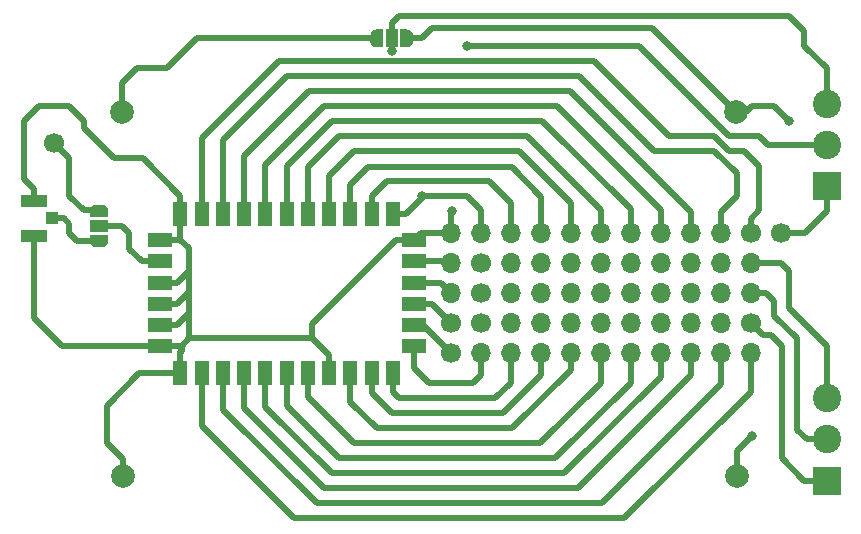
<source format=gbr>
G04 #@! TF.GenerationSoftware,KiCad,Pcbnew,5.1.5-52549c5~86~ubuntu18.04.1*
G04 #@! TF.CreationDate,2020-07-02T00:48:14-05:00*
G04 #@! TF.ProjectId,RAK811_LORA_ADAPTABLE_NODE,52414b38-3131-45f4-9c4f-52415f414441,rev?*
G04 #@! TF.SameCoordinates,Original*
G04 #@! TF.FileFunction,Copper,L2,Bot*
G04 #@! TF.FilePolarity,Positive*
%FSLAX46Y46*%
G04 Gerber Fmt 4.6, Leading zero omitted, Abs format (unit mm)*
G04 Created by KiCad (PCBNEW 5.1.5-52549c5~86~ubuntu18.04.1) date 2020-07-02 00:48:14*
%MOMM*%
%LPD*%
G04 APERTURE LIST*
%ADD10O,1.700000X1.700000*%
%ADD11C,1.700000*%
%ADD12C,2.400000*%
%ADD13R,2.400000X2.400000*%
%ADD14C,2.000000*%
%ADD15R,1.500000X1.000000*%
%ADD16C,0.100000*%
%ADD17R,2.200000X1.050000*%
%ADD18R,1.050000X1.000000*%
%ADD19R,1.200000X2.000000*%
%ADD20R,2.000000X1.200000*%
%ADD21R,1.000000X1.500000*%
%ADD22C,0.800000*%
%ADD23C,0.500000*%
%ADD24C,0.250000*%
G04 APERTURE END LIST*
D10*
X159955000Y-121885000D03*
X157415000Y-121885000D03*
X154875000Y-121885000D03*
X152335000Y-121885000D03*
X149795000Y-121885000D03*
X147255000Y-121885000D03*
X144715000Y-121885000D03*
X142175000Y-121885000D03*
D11*
X139635000Y-121885000D03*
D10*
X159955000Y-124425000D03*
X157415000Y-124425000D03*
X154875000Y-124425000D03*
X152335000Y-124425000D03*
X149795000Y-124425000D03*
X147255000Y-124425000D03*
X144715000Y-124425000D03*
X142175000Y-124425000D03*
D11*
X139635000Y-124425000D03*
D10*
X159955000Y-126965000D03*
X157415000Y-126965000D03*
X154875000Y-126965000D03*
X152335000Y-126965000D03*
X149795000Y-126965000D03*
X147255000Y-126965000D03*
X144715000Y-126965000D03*
X142175000Y-126965000D03*
D11*
X139635000Y-126965000D03*
X103505000Y-111760000D03*
X165035000Y-119345000D03*
D12*
X168910000Y-108400000D03*
X168910000Y-111900000D03*
D13*
X168910000Y-115400000D03*
D10*
X137095000Y-119345000D03*
X139635000Y-119345000D03*
X142175000Y-119345000D03*
X144715000Y-119345000D03*
X147255000Y-119345000D03*
X149795000Y-119345000D03*
X152335000Y-119345000D03*
X154875000Y-119345000D03*
X157415000Y-119345000D03*
X159955000Y-119345000D03*
D11*
X162495000Y-119345000D03*
D10*
X162495000Y-129505000D03*
X159955000Y-129505000D03*
X157415000Y-129505000D03*
X154875000Y-129505000D03*
X152335000Y-129505000D03*
X149795000Y-129505000D03*
X147255000Y-129505000D03*
X144715000Y-129505000D03*
X142175000Y-129505000D03*
X139635000Y-129505000D03*
D11*
X137095000Y-129505000D03*
D10*
X137095000Y-121885000D03*
X137095000Y-124425000D03*
D11*
X137095000Y-126965000D03*
D10*
X162495000Y-121885000D03*
X162495000Y-124425000D03*
D11*
X162495000Y-126965000D03*
D14*
X109220000Y-109085000D03*
X161210000Y-109085000D03*
D15*
X107315000Y-118745000D03*
G04 #@! TA.AperFunction,SMDPad,CuDef*
D16*
G36*
X108064398Y-120045000D02*
G01*
X108064398Y-120069534D01*
X108059588Y-120118365D01*
X108050016Y-120166490D01*
X108035772Y-120213445D01*
X108016995Y-120258778D01*
X107993864Y-120302051D01*
X107966604Y-120342850D01*
X107935476Y-120380779D01*
X107900779Y-120415476D01*
X107862850Y-120446604D01*
X107822051Y-120473864D01*
X107778778Y-120496995D01*
X107733445Y-120515772D01*
X107686490Y-120530016D01*
X107638365Y-120539588D01*
X107589534Y-120544398D01*
X107565000Y-120544398D01*
X107565000Y-120545000D01*
X107065000Y-120545000D01*
X107065000Y-120544398D01*
X107040466Y-120544398D01*
X106991635Y-120539588D01*
X106943510Y-120530016D01*
X106896555Y-120515772D01*
X106851222Y-120496995D01*
X106807949Y-120473864D01*
X106767150Y-120446604D01*
X106729221Y-120415476D01*
X106694524Y-120380779D01*
X106663396Y-120342850D01*
X106636136Y-120302051D01*
X106613005Y-120258778D01*
X106594228Y-120213445D01*
X106579984Y-120166490D01*
X106570412Y-120118365D01*
X106565602Y-120069534D01*
X106565602Y-120045000D01*
X106565000Y-120045000D01*
X106565000Y-119495000D01*
X108065000Y-119495000D01*
X108065000Y-120045000D01*
X108064398Y-120045000D01*
G37*
G04 #@! TD.AperFunction*
G04 #@! TA.AperFunction,SMDPad,CuDef*
G36*
X106565000Y-117995000D02*
G01*
X106565000Y-117445000D01*
X106565602Y-117445000D01*
X106565602Y-117420466D01*
X106570412Y-117371635D01*
X106579984Y-117323510D01*
X106594228Y-117276555D01*
X106613005Y-117231222D01*
X106636136Y-117187949D01*
X106663396Y-117147150D01*
X106694524Y-117109221D01*
X106729221Y-117074524D01*
X106767150Y-117043396D01*
X106807949Y-117016136D01*
X106851222Y-116993005D01*
X106896555Y-116974228D01*
X106943510Y-116959984D01*
X106991635Y-116950412D01*
X107040466Y-116945602D01*
X107065000Y-116945602D01*
X107065000Y-116945000D01*
X107565000Y-116945000D01*
X107565000Y-116945602D01*
X107589534Y-116945602D01*
X107638365Y-116950412D01*
X107686490Y-116959984D01*
X107733445Y-116974228D01*
X107778778Y-116993005D01*
X107822051Y-117016136D01*
X107862850Y-117043396D01*
X107900779Y-117074524D01*
X107935476Y-117109221D01*
X107966604Y-117147150D01*
X107993864Y-117187949D01*
X108016995Y-117231222D01*
X108035772Y-117276555D01*
X108050016Y-117323510D01*
X108059588Y-117371635D01*
X108064398Y-117420466D01*
X108064398Y-117445000D01*
X108065000Y-117445000D01*
X108065000Y-117995000D01*
X106565000Y-117995000D01*
G37*
G04 #@! TD.AperFunction*
D17*
X101760000Y-116635000D03*
D18*
X103285000Y-118110000D03*
D17*
X101760000Y-119585000D03*
D19*
X123190000Y-117710000D03*
X123190000Y-131210000D03*
D20*
X112440000Y-125360000D03*
X112440000Y-123560000D03*
X133940000Y-123560000D03*
X133940000Y-125360000D03*
D19*
X121390000Y-117710000D03*
X119590000Y-117710000D03*
X117790000Y-117710000D03*
X115990000Y-117710000D03*
X114190000Y-117710000D03*
X124990000Y-117710000D03*
X126790000Y-117710000D03*
X128590000Y-117710000D03*
X130390000Y-117710000D03*
X132190000Y-117710000D03*
D20*
X133940000Y-121760000D03*
X133940000Y-119960000D03*
X133940000Y-127160000D03*
X133940000Y-128960000D03*
D19*
X132190000Y-131210000D03*
X130390000Y-131210000D03*
X128590000Y-131210000D03*
X126790000Y-131210000D03*
X124990000Y-131210000D03*
X121390000Y-131210000D03*
X119590000Y-131210000D03*
X117790000Y-131210000D03*
X115990000Y-131210000D03*
X114190000Y-131210000D03*
D20*
X112440000Y-127160000D03*
X112440000Y-128960000D03*
X112440000Y-121760000D03*
X112440000Y-119960000D03*
D12*
X168910000Y-133335000D03*
X168910000Y-136835000D03*
D13*
X168910000Y-140335000D03*
D21*
X132080000Y-102870000D03*
G04 #@! TA.AperFunction,SMDPad,CuDef*
D16*
G36*
X133380000Y-102120602D02*
G01*
X133404534Y-102120602D01*
X133453365Y-102125412D01*
X133501490Y-102134984D01*
X133548445Y-102149228D01*
X133593778Y-102168005D01*
X133637051Y-102191136D01*
X133677850Y-102218396D01*
X133715779Y-102249524D01*
X133750476Y-102284221D01*
X133781604Y-102322150D01*
X133808864Y-102362949D01*
X133831995Y-102406222D01*
X133850772Y-102451555D01*
X133865016Y-102498510D01*
X133874588Y-102546635D01*
X133879398Y-102595466D01*
X133879398Y-102620000D01*
X133880000Y-102620000D01*
X133880000Y-103120000D01*
X133879398Y-103120000D01*
X133879398Y-103144534D01*
X133874588Y-103193365D01*
X133865016Y-103241490D01*
X133850772Y-103288445D01*
X133831995Y-103333778D01*
X133808864Y-103377051D01*
X133781604Y-103417850D01*
X133750476Y-103455779D01*
X133715779Y-103490476D01*
X133677850Y-103521604D01*
X133637051Y-103548864D01*
X133593778Y-103571995D01*
X133548445Y-103590772D01*
X133501490Y-103605016D01*
X133453365Y-103614588D01*
X133404534Y-103619398D01*
X133380000Y-103619398D01*
X133380000Y-103620000D01*
X132830000Y-103620000D01*
X132830000Y-102120000D01*
X133380000Y-102120000D01*
X133380000Y-102120602D01*
G37*
G04 #@! TD.AperFunction*
G04 #@! TA.AperFunction,SMDPad,CuDef*
G36*
X131330000Y-103620000D02*
G01*
X130780000Y-103620000D01*
X130780000Y-103619398D01*
X130755466Y-103619398D01*
X130706635Y-103614588D01*
X130658510Y-103605016D01*
X130611555Y-103590772D01*
X130566222Y-103571995D01*
X130522949Y-103548864D01*
X130482150Y-103521604D01*
X130444221Y-103490476D01*
X130409524Y-103455779D01*
X130378396Y-103417850D01*
X130351136Y-103377051D01*
X130328005Y-103333778D01*
X130309228Y-103288445D01*
X130294984Y-103241490D01*
X130285412Y-103193365D01*
X130280602Y-103144534D01*
X130280602Y-103120000D01*
X130280000Y-103120000D01*
X130280000Y-102620000D01*
X130280602Y-102620000D01*
X130280602Y-102595466D01*
X130285412Y-102546635D01*
X130294984Y-102498510D01*
X130309228Y-102451555D01*
X130328005Y-102406222D01*
X130351136Y-102362949D01*
X130378396Y-102322150D01*
X130409524Y-102284221D01*
X130444221Y-102249524D01*
X130482150Y-102218396D01*
X130522949Y-102191136D01*
X130566222Y-102168005D01*
X130611555Y-102149228D01*
X130658510Y-102134984D01*
X130706635Y-102125412D01*
X130755466Y-102120602D01*
X130780000Y-102120602D01*
X130780000Y-102120000D01*
X131330000Y-102120000D01*
X131330000Y-103620000D01*
G37*
G04 #@! TD.AperFunction*
D14*
X161290000Y-139915000D03*
X109300000Y-139915000D03*
D22*
X162560000Y-136525000D03*
X165735000Y-109855000D03*
X138430000Y-103505000D03*
X137159998Y-117474998D03*
X132080000Y-103924990D03*
X134620000Y-116205000D03*
D23*
X110490000Y-105410000D02*
X109220000Y-106680000D01*
X113030000Y-105410000D02*
X110490000Y-105410000D01*
X130780000Y-102870000D02*
X115570000Y-102870000D01*
X109220000Y-106680000D02*
X109220000Y-109085000D01*
X115570000Y-102870000D02*
X113030000Y-105410000D01*
X161290000Y-137795000D02*
X162560000Y-136525000D01*
X164465000Y-108585000D02*
X165735000Y-109855000D01*
X161210000Y-109085000D02*
X162060000Y-109085000D01*
X162560000Y-108585000D02*
X164465000Y-108585000D01*
X162060000Y-109085000D02*
X162560000Y-108585000D01*
X154144998Y-102019998D02*
X160210001Y-108085001D01*
X135514832Y-102019998D02*
X154144998Y-102019998D01*
X134664830Y-102870000D02*
X135514832Y-102019998D01*
X160210001Y-108085001D02*
X161210000Y-109085000D01*
X133380000Y-102870000D02*
X134664830Y-102870000D01*
X161290000Y-139915000D02*
X161290000Y-137795000D01*
D24*
X112605000Y-129125000D02*
X112440000Y-128960000D01*
D23*
X112440000Y-128960000D02*
X104195000Y-128960000D01*
X101760000Y-120610000D02*
X101760000Y-119585000D01*
X101760000Y-126525000D02*
X101760000Y-120610000D01*
X104195000Y-128960000D02*
X101760000Y-126525000D01*
X112440000Y-119960000D02*
X113085000Y-119960000D01*
X113940000Y-123560000D02*
X114935000Y-122565000D01*
X112440000Y-123560000D02*
X113940000Y-123560000D01*
X113940000Y-125360000D02*
X114935000Y-124365000D01*
X112440000Y-125360000D02*
X113940000Y-125360000D01*
X114935000Y-124365000D02*
X114935000Y-122555000D01*
X114935000Y-122565000D02*
X114935000Y-122555000D01*
X114935000Y-126165000D02*
X114935000Y-124365000D01*
X113940000Y-127160000D02*
X114935000Y-126165000D01*
X112440000Y-127160000D02*
X113940000Y-127160000D01*
X112440000Y-128960000D02*
X113940000Y-128960000D01*
X114190000Y-129430000D02*
X114190000Y-131210000D01*
X114300000Y-129320000D02*
X114190000Y-129430000D01*
X114190000Y-119905000D02*
X114190000Y-117710000D01*
X114935000Y-122555000D02*
X114935000Y-120650000D01*
X114935000Y-120650000D02*
X114190000Y-119905000D01*
X114135000Y-119960000D02*
X112440000Y-119960000D01*
X114190000Y-119905000D02*
X114135000Y-119960000D01*
X114935000Y-128270000D02*
X114300000Y-128905000D01*
X114935000Y-126165000D02*
X114935000Y-128270000D01*
X113940000Y-128960000D02*
X114300000Y-128905000D01*
X114300000Y-128905000D02*
X114300000Y-129320000D01*
X126790000Y-129710000D02*
X125350000Y-128270000D01*
X126790000Y-131210000D02*
X126790000Y-129710000D01*
X125350000Y-128270000D02*
X114935000Y-128270000D01*
X125350000Y-127050000D02*
X125350000Y-128270000D01*
X132440000Y-119960000D02*
X125350000Y-127050000D01*
X133940000Y-119960000D02*
X132440000Y-119960000D01*
X114190000Y-131210000D02*
X110725000Y-131210000D01*
X110725000Y-131210000D02*
X107950000Y-133985000D01*
X114190000Y-116210000D02*
X111010000Y-113030000D01*
X114190000Y-117710000D02*
X114190000Y-116210000D01*
X111010000Y-113030000D02*
X108585000Y-113030000D01*
X108585000Y-113030000D02*
X106045000Y-110490000D01*
X106045000Y-110490000D02*
X106045000Y-109855000D01*
X106045000Y-109855000D02*
X104775000Y-108585000D01*
X104775000Y-108585000D02*
X102235000Y-108585000D01*
X102235000Y-108585000D02*
X100965000Y-109855000D01*
X101760000Y-115610000D02*
X101760000Y-116635000D01*
X100965000Y-114815000D02*
X101760000Y-115610000D01*
X100965000Y-109855000D02*
X100965000Y-114815000D01*
X134555000Y-119345000D02*
X133940000Y-119960000D01*
X137095000Y-119345000D02*
X134555000Y-119345000D01*
X137095000Y-119345000D02*
X137095000Y-117539996D01*
X137095000Y-117539996D02*
X137159998Y-117474998D01*
X107950000Y-137150787D02*
X107950000Y-133985000D01*
X109300000Y-138500787D02*
X107950000Y-137150787D01*
X109300000Y-139915000D02*
X109300000Y-138500787D01*
X160655000Y-111125000D02*
X153035000Y-103505000D01*
X163195000Y-111125000D02*
X160655000Y-111125000D01*
X168910000Y-111900000D02*
X163970000Y-111900000D01*
X153035000Y-103505000D02*
X138430000Y-103505000D01*
X163970000Y-111900000D02*
X163195000Y-111125000D01*
X168910000Y-133335000D02*
X168910000Y-128905000D01*
X168910000Y-128905000D02*
X165735000Y-125730000D01*
X165735000Y-125730000D02*
X165735000Y-122555000D01*
X165065000Y-121885000D02*
X162495000Y-121885000D01*
X165735000Y-122555000D02*
X165065000Y-121885000D01*
X162495000Y-124425000D02*
X163160000Y-124425000D01*
X164465000Y-125095000D02*
X164465000Y-126365000D01*
X164465000Y-126365000D02*
X166370000Y-128270000D01*
X167212944Y-136835000D02*
X166370000Y-135992056D01*
X168910000Y-136835000D02*
X167212944Y-136835000D01*
X166370000Y-135992056D02*
X166370000Y-128270000D01*
X163795000Y-124425000D02*
X162495000Y-124425000D01*
X164465000Y-125095000D02*
X163795000Y-124425000D01*
D24*
X168910000Y-140335000D02*
X167460000Y-140335000D01*
D23*
X164159489Y-127964489D02*
X165100000Y-128905000D01*
X165100000Y-128905000D02*
X165100000Y-138430000D01*
X167005000Y-140335000D02*
X168910000Y-140335000D01*
X165100000Y-138430000D02*
X167005000Y-140335000D01*
X163494489Y-127964489D02*
X162495000Y-126965000D01*
X164159489Y-127964489D02*
X163494489Y-127964489D01*
X107315000Y-117445000D02*
X106015000Y-117445000D01*
X106015000Y-117445000D02*
X104775000Y-116205000D01*
X104775000Y-116205000D02*
X104775000Y-113030000D01*
X104775000Y-113030000D02*
X103505000Y-111760000D01*
X107315000Y-120045000D02*
X105440000Y-120045000D01*
X105440000Y-120045000D02*
X104775000Y-119380000D01*
X104310000Y-118110000D02*
X103285000Y-118110000D01*
X104775000Y-118575000D02*
X104310000Y-118110000D01*
X104775000Y-119380000D02*
X104775000Y-118575000D01*
D24*
X112440000Y-121760000D02*
X113190000Y-121760000D01*
D23*
X110940000Y-121760000D02*
X109855000Y-120675000D01*
X112440000Y-121760000D02*
X110940000Y-121760000D01*
X109855000Y-120675000D02*
X109855000Y-119380000D01*
X109220000Y-118745000D02*
X107315000Y-118745000D01*
X109855000Y-119380000D02*
X109220000Y-118745000D01*
X136970000Y-121760000D02*
X137095000Y-121885000D01*
X133940000Y-121760000D02*
X136970000Y-121760000D01*
X136230000Y-123560000D02*
X137095000Y-124425000D01*
X133940000Y-123560000D02*
X136230000Y-123560000D01*
X135490000Y-125360000D02*
X137095000Y-126965000D01*
X133940000Y-125360000D02*
X135490000Y-125360000D01*
X162495000Y-132780000D02*
X151765000Y-143510000D01*
X151765000Y-143510000D02*
X123825000Y-143510000D01*
X115990000Y-135675000D02*
X115990000Y-131210000D01*
X123825000Y-143510000D02*
X115990000Y-135675000D01*
X162495000Y-132780000D02*
X162495000Y-129505000D01*
X117790000Y-134300000D02*
X117790000Y-131210000D01*
X149860000Y-142240000D02*
X125730000Y-142240000D01*
X125730000Y-142240000D02*
X117790000Y-134300000D01*
X159955000Y-132145000D02*
X149860000Y-142240000D01*
X159955000Y-132145000D02*
X159955000Y-129505000D01*
X157415000Y-131380000D02*
X147825000Y-140970000D01*
X147825000Y-140970000D02*
X126365000Y-140970000D01*
X119590000Y-134195000D02*
X119590000Y-131210000D01*
X126365000Y-140970000D02*
X119590000Y-134195000D01*
X157415000Y-131380000D02*
X157415000Y-129505000D01*
X154875000Y-131510000D02*
X146685000Y-139700000D01*
X146685000Y-139700000D02*
X127000000Y-139700000D01*
X121390000Y-134090000D02*
X121390000Y-131210000D01*
X127000000Y-139700000D02*
X121390000Y-134090000D01*
X154875000Y-131510000D02*
X154875000Y-129505000D01*
X152335000Y-132015000D02*
X145920000Y-138430000D01*
X145920000Y-138430000D02*
X127635000Y-138430000D01*
X123190000Y-133985000D02*
X123190000Y-131210000D01*
X127635000Y-138430000D02*
X123190000Y-133985000D01*
X152335000Y-132015000D02*
X152335000Y-129505000D01*
X149795000Y-132015000D02*
X144650000Y-137160000D01*
X144650000Y-137160000D02*
X128905000Y-137160000D01*
X124990000Y-133245000D02*
X124990000Y-131210000D01*
X128905000Y-137160000D02*
X124990000Y-133245000D01*
X149795000Y-132015000D02*
X149795000Y-129505000D01*
X130810000Y-135890000D02*
X128590000Y-133670000D01*
X128590000Y-133670000D02*
X128590000Y-131210000D01*
X142283492Y-135890000D02*
X130810000Y-135890000D01*
X147255000Y-130918492D02*
X142283492Y-135890000D01*
X147255000Y-130918492D02*
X147255000Y-129505000D01*
X144715000Y-131380000D02*
X141475000Y-134620000D01*
X141475000Y-134620000D02*
X132080000Y-134620000D01*
X130390000Y-132930000D02*
X130390000Y-131210000D01*
X132080000Y-134620000D02*
X130390000Y-132930000D01*
X144715000Y-131380000D02*
X144715000Y-129505000D01*
D24*
X132190000Y-131210000D02*
X132190000Y-131555000D01*
D23*
X142175000Y-132015000D02*
X140840000Y-133350000D01*
X140840000Y-133350000D02*
X132715000Y-133350000D01*
X132190000Y-132825000D02*
X132190000Y-131210000D01*
X132715000Y-133350000D02*
X132190000Y-132825000D01*
X142175000Y-132015000D02*
X142175000Y-129505000D01*
D24*
X139635000Y-130240000D02*
X139635000Y-129505000D01*
D23*
X139635000Y-131380000D02*
X138935000Y-132080000D01*
X138935000Y-132080000D02*
X135255000Y-132080000D01*
X133940000Y-130765000D02*
X133940000Y-128960000D01*
X135255000Y-132080000D02*
X133940000Y-130765000D01*
X139635000Y-131380000D02*
X139635000Y-129505000D01*
X134750000Y-127160000D02*
X133940000Y-127160000D01*
X137095000Y-129505000D02*
X134750000Y-127160000D01*
X131665000Y-114935000D02*
X130390000Y-116210000D01*
X130390000Y-116210000D02*
X130390000Y-117710000D01*
X140335000Y-114935000D02*
X131665000Y-114935000D01*
X142175000Y-119345000D02*
X142175000Y-116775000D01*
X142175000Y-116775000D02*
X140335000Y-114935000D01*
X128590000Y-115250000D02*
X128590000Y-117710000D01*
X130044978Y-113795022D02*
X128590000Y-115250000D01*
X144715000Y-119345000D02*
X144715000Y-116270000D01*
X142240022Y-113795022D02*
X130044978Y-113795022D01*
X144715000Y-116270000D02*
X142240022Y-113795022D01*
X126790000Y-114510000D02*
X126790000Y-117710000D01*
X128905000Y-112395000D02*
X126790000Y-114510000D01*
X142875000Y-112395000D02*
X128905000Y-112395000D01*
X147255000Y-119345000D02*
X147255000Y-116775000D01*
X147255000Y-116775000D02*
X142875000Y-112395000D01*
X124990000Y-113770000D02*
X124990000Y-117710000D01*
X127635000Y-111125000D02*
X124990000Y-113770000D01*
X143510000Y-111125000D02*
X127635000Y-111125000D01*
X149795000Y-119345000D02*
X149795000Y-117410000D01*
X149795000Y-117410000D02*
X143510000Y-111125000D01*
X123190000Y-113665000D02*
X123190000Y-117710000D01*
X127000000Y-109855000D02*
X123190000Y-113665000D01*
X144836746Y-109855000D02*
X127000000Y-109855000D01*
X152335000Y-119345000D02*
X152335000Y-117353254D01*
X152335000Y-117353254D02*
X144836746Y-109855000D01*
X121390000Y-113560000D02*
X121390000Y-116210000D01*
X126365000Y-108585000D02*
X121390000Y-113560000D01*
X121390000Y-116210000D02*
X121390000Y-117710000D01*
X146050000Y-108585000D02*
X126365000Y-108585000D01*
X154875000Y-119345000D02*
X154875000Y-117410000D01*
X154875000Y-117410000D02*
X146050000Y-108585000D01*
X125095000Y-107315000D02*
X119590000Y-112820000D01*
X147190000Y-107315000D02*
X125095000Y-107315000D01*
X157415000Y-119345000D02*
X157415000Y-117540000D01*
X119590000Y-112820000D02*
X119590000Y-117710000D01*
X157415000Y-117540000D02*
X147190000Y-107315000D01*
X117790000Y-116210000D02*
X117790000Y-117710000D01*
X117790000Y-111445000D02*
X117790000Y-116210000D01*
X159955000Y-117540000D02*
X161290000Y-116205000D01*
X159955000Y-119345000D02*
X159955000Y-117540000D01*
X123190000Y-106045000D02*
X117790000Y-111445000D01*
X159385000Y-112395000D02*
X154305000Y-112395000D01*
X147955000Y-106045000D02*
X123190000Y-106045000D01*
X161290000Y-116205000D02*
X161290000Y-114300000D01*
X154305000Y-112395000D02*
X147955000Y-106045000D01*
X161290000Y-114300000D02*
X159385000Y-112395000D01*
X122555000Y-104775000D02*
X115990000Y-111340000D01*
X155575000Y-111125000D02*
X149225000Y-104775000D01*
X159385000Y-111125000D02*
X155575000Y-111125000D01*
X115990000Y-111340000D02*
X115990000Y-117710000D01*
X162495000Y-118142919D02*
X163195000Y-117442919D01*
X161925000Y-112395000D02*
X160655000Y-112395000D01*
X162495000Y-119345000D02*
X162495000Y-118142919D01*
X149225000Y-104775000D02*
X122555000Y-104775000D01*
X163195000Y-117442919D02*
X163195000Y-113665000D01*
X163195000Y-113665000D02*
X161925000Y-112395000D01*
X160655000Y-112395000D02*
X159385000Y-111125000D01*
X165735000Y-100965000D02*
X132715000Y-100965000D01*
X132080000Y-101600000D02*
X132080000Y-102870000D01*
X132715000Y-100965000D02*
X132080000Y-101600000D01*
X132190000Y-117710000D02*
X132190000Y-117365000D01*
X168910000Y-108400000D02*
X168910000Y-105410000D01*
X168910000Y-105410000D02*
X167005000Y-103505000D01*
X167005000Y-102235000D02*
X165735000Y-100965000D01*
X167005000Y-103505000D02*
X167005000Y-102235000D01*
X132080000Y-102870000D02*
X132080000Y-103924990D01*
X135185685Y-116205000D02*
X134620000Y-116205000D01*
X139635000Y-117410000D02*
X138430000Y-116205000D01*
X138430000Y-116205000D02*
X135185685Y-116205000D01*
X132190000Y-117710000D02*
X133290000Y-117710000D01*
X133290000Y-117710000D02*
X134620000Y-116380000D01*
X139635000Y-119345000D02*
X139635000Y-117410000D01*
X134620000Y-116380000D02*
X134620000Y-116205000D01*
X165035000Y-119345000D02*
X167040000Y-119345000D01*
X168910000Y-117475000D02*
X168910000Y-115400000D01*
X167040000Y-119345000D02*
X168910000Y-117475000D01*
M02*

</source>
